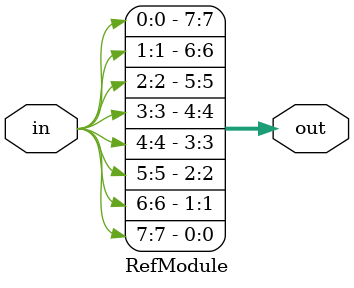
<source format=v>
module RefModule (
  input [7:0] in,
  output [7:0] out
);

  assign {out[0],out[1],out[2],out[3],out[4],out[5],out[6],out[7]} = in;

endmodule


</source>
